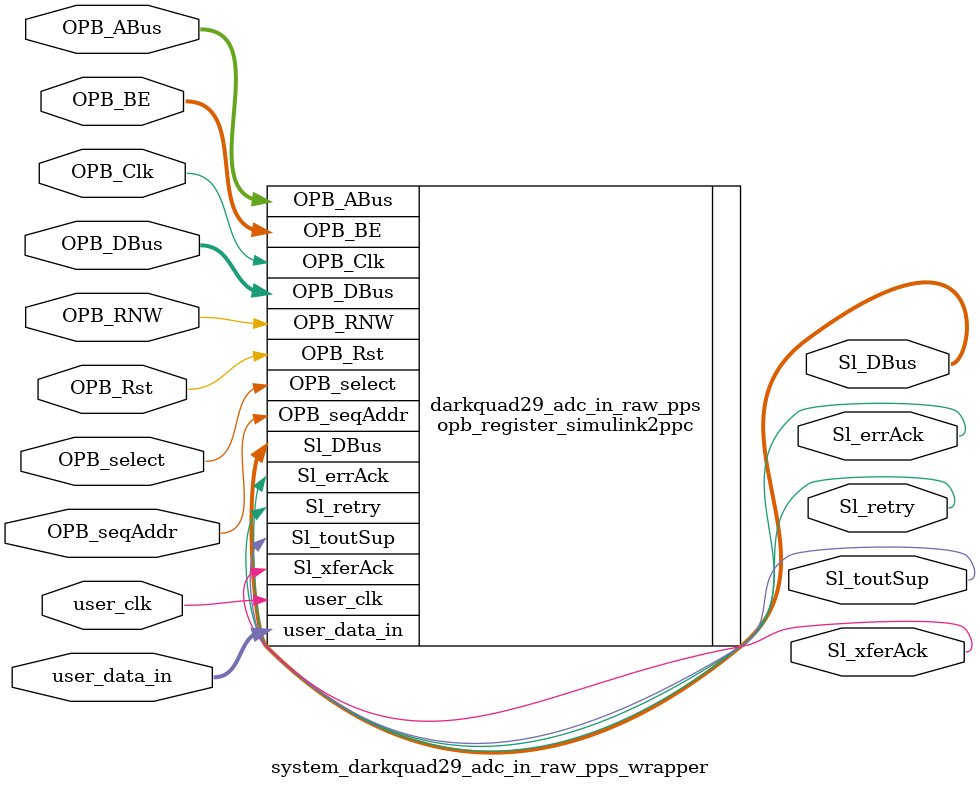
<source format=v>

module system_darkquad29_adc_in_raw_pps_wrapper
  (
    OPB_Clk,
    OPB_Rst,
    Sl_DBus,
    Sl_errAck,
    Sl_retry,
    Sl_toutSup,
    Sl_xferAck,
    OPB_ABus,
    OPB_BE,
    OPB_DBus,
    OPB_RNW,
    OPB_select,
    OPB_seqAddr,
    user_data_in,
    user_clk
  );
  input OPB_Clk;
  input OPB_Rst;
  output [0:31] Sl_DBus;
  output Sl_errAck;
  output Sl_retry;
  output Sl_toutSup;
  output Sl_xferAck;
  input [0:31] OPB_ABus;
  input [0:3] OPB_BE;
  input [0:31] OPB_DBus;
  input OPB_RNW;
  input OPB_select;
  input OPB_seqAddr;
  input [31:0] user_data_in;
  input user_clk;

  opb_register_simulink2ppc
    #(
      .C_BASEADDR ( 32'h01083A00 ),
      .C_HIGHADDR ( 32'h01083AFF ),
      .C_OPB_AWIDTH ( 32 ),
      .C_OPB_DWIDTH ( 32 ),
      .C_FAMILY ( "virtex6" )
    )
    darkquad29_adc_in_raw_pps (
      .OPB_Clk ( OPB_Clk ),
      .OPB_Rst ( OPB_Rst ),
      .Sl_DBus ( Sl_DBus ),
      .Sl_errAck ( Sl_errAck ),
      .Sl_retry ( Sl_retry ),
      .Sl_toutSup ( Sl_toutSup ),
      .Sl_xferAck ( Sl_xferAck ),
      .OPB_ABus ( OPB_ABus ),
      .OPB_BE ( OPB_BE ),
      .OPB_DBus ( OPB_DBus ),
      .OPB_RNW ( OPB_RNW ),
      .OPB_select ( OPB_select ),
      .OPB_seqAddr ( OPB_seqAddr ),
      .user_data_in ( user_data_in ),
      .user_clk ( user_clk )
    );

endmodule


</source>
